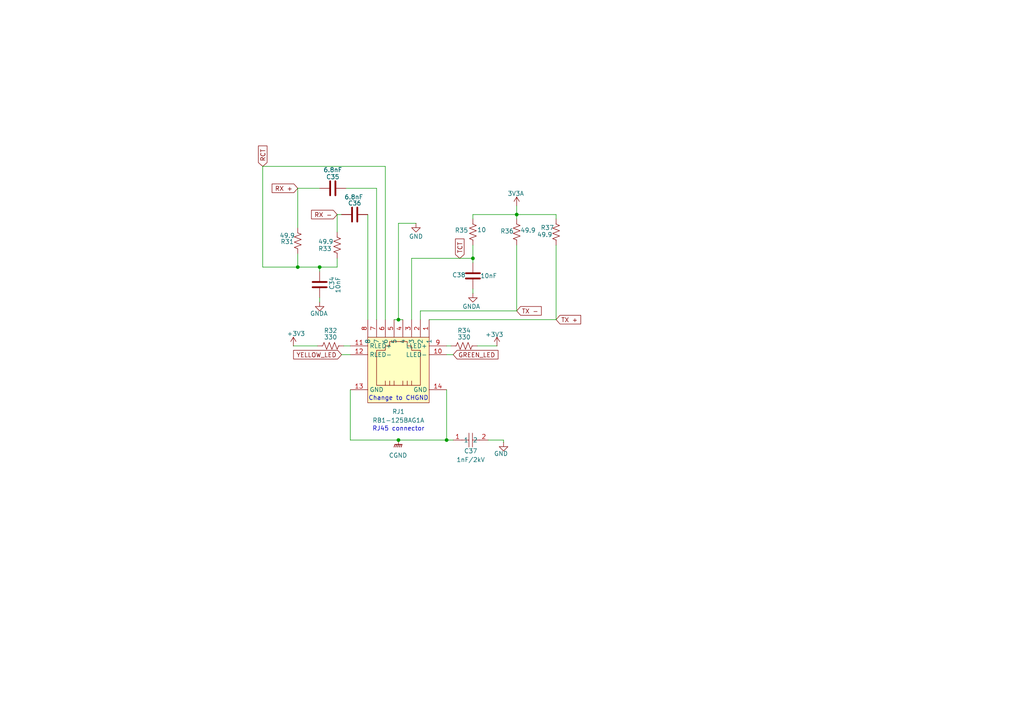
<source format=kicad_sch>
(kicad_sch (version 20250114) (generator "eeschema") (generator_version "9.0")
  (paper "A4")
  (title_block (date "2025-04-01") (rev "1") (company "Bronco Space") (comment 1 "SCALES") (comment 2 "By John Pollak"))
  (lib_symbols
    (symbol "Device:C" (pin_numbers (hide yes)) (pin_names (offset 0.254))
      (property "Reference" "C" (at 0.635 2.54 0))
      (property "Value" "C" (at 0.635 -2.54 0))
      (symbol "C_0_1"
        (polyline (pts (xy -2.032 0.762) (xy 2.032 0.762)) (stroke (width 0.508)))
        (polyline (pts (xy -2.032 -0.762) (xy 2.032 -0.762)) (stroke (width 0.508)))
      )
      (symbol "C_1_1"
        (pin passive line (at 0 3.81 270) (length 2.794) (name "~") (number "1"))
        (pin passive line (at 0 -3.81 90) (length 2.794) (name "~") (number "2"))
      )
    )
    (symbol "Device:R_US" (pin_numbers (hide yes)) (pin_names (offset 0))
      (property "Reference" "R" (at 2.54 0 90))
      (property "Value" "R_US" (at -2.54 0 90))
      (symbol "R_US_0_1"
        (polyline (pts (xy 0 2.286) (xy 0 2.54)))
        (polyline (pts (xy 0 2.286) (xy 1.016 1.905) (xy 0 1.524) (xy -1.016 1.143) (xy 0 0.762)))
        (polyline (pts (xy 0 0.762) (xy 1.016 0.381) (xy 0 0) (xy -1.016 -0.381) (xy 0 -0.762)))
        (polyline (pts (xy 0 -0.762) (xy 1.016 -1.143) (xy 0 -1.524) (xy -1.016 -1.905) (xy 0 -2.286)))
        (polyline (pts (xy 0 -2.286) (xy 0 -2.54)))
      )
      (symbol "R_US_1_1"
        (pin passive line (at 0 3.81 270) (length 1.27) (name "~") (number "1"))
        (pin passive line (at 0 -3.81 90) (length 1.27) (name "~") (number "2"))
      )
    )
    (symbol "SCALES:FV32N102J202EFG"
      (property "Reference" "C" (at 0 5.08 0))
      (property "Value" "1nF/2kV" (at 0 -5.08 0))
      (symbol "FV32N102J202EFG_0_1"
        (polyline (pts (xy -0.51 0) (xy -2.54 0)))
        (polyline (pts (xy -0.51 -2.03) (xy -0.51 2.03)))
        (polyline (pts (xy 0.51 2.03) (xy 0.51 -2.03)))
        (polyline (pts (xy 2.54 0) (xy 0.51 0)))
        (pin unspecified line (at -5.08 0 0) (length 2.54) (name "1") (number "1"))
        (pin unspecified line (at 5.08 0 180) (length 2.54) (name "2") (number "2"))
      )
    )
    (symbol "easyeda2kicad:RB1-125BAG1A"
      (property "Reference" "RJ" (at 0 12.7 0))
      (property "Value" "RB1-125BAG1A" (at 0 -17.78 0))
      (symbol "RB1-125BAG1A_0_1"
        (rectangle (start -7.62 11.43) (end 10.16 -7.62) (fill (type background)))
        (polyline (pts (xy -2.54 6.35) (xy -2.54 5.08) (xy -2.54 5.08)))
        (polyline (pts (xy -1.27 6.35) (xy -1.27 5.08) (xy -1.27 5.08)))
        (polyline (pts (xy 0 6.35) (xy 0 5.08) (xy 0 5.08)))
        (polyline (pts (xy 2.54 6.35) (xy 2.54 5.08) (xy 2.54 5.08)))
        (polyline (pts (xy 3.81 6.35) (xy 3.81 5.08) (xy 3.81 5.08)))
        (polyline (pts (xy 5.08 6.35) (xy 5.08 5.08) (xy 5.08 5.08)))
        (polyline (pts (xy 7.62 6.35) (xy -5.08 6.35) (xy -5.08 -3.81) (xy -2.54 -3.81) (xy -2.54 -5.08) (xy -1.27 -5.08) (xy -1.27 -5.08) (xy -1.27 -6.35) (xy 3.81 -6.35) (xy 3.81 -5.08) (xy 5.08 -5.08) (xy 5.08 -3.81) (xy 7.62 -3.81) (xy 7.62 6.35) (xy 7.62 5.08)))
        (pin unspecified line (at -12.7 7.62 0) (length 5.08) (name "GND") (number "14"))
        (pin unspecified line (at -12.7 -2.54 0) (length 5.08) (name "LLED-") (number "10"))
        (pin unspecified line (at -12.7 -5.08 0) (length 5.08) (name "LLED+") (number "9"))
        (pin unspecified line (at -7.62 -12.7 90) (length 5.08) (name "1") (number "1"))
        (pin unspecified line (at -5.08 -12.7 90) (length 5.08) (name "2") (number "2"))
        (pin unspecified line (at -2.54 -12.7 90) (length 5.08) (name "3") (number "3"))
        (pin unspecified line (at 0 -12.7 90) (length 5.08) (name "4") (number "4"))
        (pin unspecified line (at 2.54 -12.7 90) (length 5.08) (name "5") (number "5"))
        (pin unspecified line (at 5.08 -12.7 90) (length 5.08) (name "6") (number "6"))
        (pin unspecified line (at 7.62 -12.7 90) (length 5.08) (name "7") (number "7"))
        (pin unspecified line (at 10.16 -12.7 90) (length 5.08) (name "8") (number "8"))
        (pin unspecified line (at 15.24 7.62 180) (length 5.08) (name "GND") (number "13"))
        (pin unspecified line (at 15.24 -2.54 180) (length 5.08) (name "RLED-") (number "12"))
        (pin unspecified line (at 15.24 -5.08 180) (length 5.08) (name "RLED+") (number "11"))
      )
    )
    (symbol "power:+3V3" (power) (pin_numbers (hide yes)) (pin_names (offset 0) (hide yes))
      (property "Value" "+3V3" (at 0 3.556 0))
      (symbol "+3V3_0_1"
        (polyline (pts (xy -0.762 1.27) (xy 0 2.54)))
        (polyline (pts (xy 0 2.54) (xy 0.762 1.27)))
        (polyline (pts (xy 0 0) (xy 0 2.54)))
      )
      (symbol "+3V3_1_1"
        (pin power_in line (at 0 0 90) (length 0) (name "~") (number "1"))
      )
    )
    (symbol "power:GND" (power) (pin_numbers (hide yes)) (pin_names (offset 0) (hide yes))
      (property "Value" "GND" (at 0 -3.81 0))
      (symbol "GND_0_1"
        (polyline (pts (xy 0 0) (xy 0 -1.27) (xy 1.27 -1.27) (xy 0 -2.54) (xy -1.27 -1.27) (xy 0 -1.27)))
      )
      (symbol "GND_1_1"
        (pin power_in line (at 0 0 270) (length 0) (name "~") (number "1"))
      )
    )
    (symbol "power:GNDPWR" (power) (pin_numbers (hide yes)) (pin_names (offset 0) (hide yes))
      (property "Value" "GNDPWR" (at 0 -3.302 0))
      (symbol "GNDPWR_0_1"
        (polyline (pts (xy -1.016 -1.27) (xy -1.27 -2.032) (xy -1.27 -2.032)) (stroke (width 0.2032)))
        (polyline (pts (xy -0.508 -1.27) (xy -0.762 -2.032) (xy -0.762 -2.032)) (stroke (width 0.2032)))
        (polyline (pts (xy 0 -1.27) (xy 0 0)))
        (polyline (pts (xy 0 -1.27) (xy -0.254 -2.032) (xy -0.254 -2.032)) (stroke (width 0.2032)))
        (polyline (pts (xy 0.508 -1.27) (xy 0.254 -2.032) (xy 0.254 -2.032)) (stroke (width 0.2032)))
        (polyline (pts (xy 1.016 -1.27) (xy -1.016 -1.27) (xy -1.016 -1.27)) (stroke (width 0.2032)))
        (polyline (pts (xy 1.016 -1.27) (xy 0.762 -2.032) (xy 0.762 -2.032) (xy 0.762 -2.032)) (stroke (width 0.2032)))
      )
      (symbol "GNDPWR_1_1"
        (pin power_in line (at 0 0 270) (length 0) (name "~") (number "1"))
      )
    )
    (symbol "power:VPP" (power) (pin_numbers (hide yes)) (pin_names (offset 0) (hide yes))
      (property "Value" "VPP" (at 0 3.556 0))
      (symbol "VPP_0_1"
        (polyline (pts (xy -0.762 1.27) (xy 0 2.54)))
        (polyline (pts (xy 0 2.54) (xy 0.762 1.27)))
        (polyline (pts (xy 0 0) (xy 0 2.54)))
      )
      (symbol "VPP_1_1"
        (pin power_in line (at 0 0 90) (length 0) (name "~") (number "1"))
      )
    )
  )
  (text "Change to CHGND\n" (at 115.57 115.57 0) (effects (font (size 1.27 1.27))))
  (text "RJ45 connector" (at 115.57 124.46 0) (effects (font (size 1.27 1.27))))
  (junction (at 86.36 77.47))
  (junction (at 92.71 77.47))
  (junction (at 149.86 62.23))
  (junction (at 115.57 92.71))
  (junction (at 137.16 74.93))
  (junction (at 115.57 127.635))
  (junction (at 129.54 127.635))
  (wire (pts (xy 97.79 77.47) (xy 97.79 74.93)))
  (wire (pts (xy 111.76 92.71) (xy 111.76 48.26)))
  (wire (pts (xy 76.2 77.47) (xy 86.36 77.47)))
  (wire (pts (xy 115.57 92.71) (xy 116.84 92.71)))
  (wire (pts (xy 146.05 127.635) (xy 146.05 128.27)))
  (wire (pts (xy 161.29 92.71) (xy 161.29 71.12)))
  (wire (pts (xy 101.6 113.03) (xy 101.6 127.635)))
  (wire (pts (xy 144.145 100.33) (xy 138.43 100.33)))
  (wire (pts (xy 137.16 63.5) (xy 137.16 62.23)))
  (wire (pts (xy 115.57 64.77) (xy 115.57 92.71)))
  (wire (pts (xy 92.71 77.47) (xy 86.36 77.47)))
  (wire (pts (xy 92.71 54.61) (xy 86.36 54.61)))
  (wire (pts (xy 86.36 77.47) (xy 86.36 73.66)))
  (wire (pts (xy 115.57 64.77) (xy 120.65 64.77)))
  (wire (pts (xy 119.38 92.71) (xy 119.38 74.93)))
  (wire (pts (xy 161.29 63.5) (xy 161.29 62.23)))
  (wire (pts (xy 149.86 62.23) (xy 149.86 59.69)))
  (wire (pts (xy 97.79 62.23) (xy 99.06 62.23)))
  (wire (pts (xy 109.22 54.61) (xy 109.22 92.71)))
  (wire (pts (xy 99.695 100.33) (xy 101.6 100.33)))
  (wire (pts (xy 97.79 62.23) (xy 97.79 67.31)))
  (wire (pts (xy 137.16 76.2) (xy 137.16 74.93)))
  (wire (pts (xy 141.605 127.635) (xy 146.05 127.635)))
  (wire (pts (xy 121.92 90.17) (xy 149.86 90.17)))
  (wire (pts (xy 129.54 127.635) (xy 129.54 113.03)))
  (wire (pts (xy 99.06 102.87) (xy 101.6 102.87)))
  (wire (pts (xy 86.36 54.61) (xy 86.36 66.04)))
  (wire (pts (xy 137.16 85.09) (xy 137.16 83.82)))
  (wire (pts (xy 101.6 127.635) (xy 115.57 127.635)))
  (wire (pts (xy 100.33 54.61) (xy 109.22 54.61)))
  (wire (pts (xy 131.445 102.87) (xy 129.54 102.87)))
  (wire (pts (xy 130.81 100.33) (xy 129.54 100.33)))
  (wire (pts (xy 115.57 127.635) (xy 129.54 127.635)))
  (wire (pts (xy 137.16 71.12) (xy 137.16 74.93)))
  (wire (pts (xy 97.79 77.47) (xy 92.71 77.47)))
  (wire (pts (xy 119.38 74.93) (xy 137.16 74.93)))
  (wire (pts (xy 85.09 100.33) (xy 92.075 100.33)))
  (wire (pts (xy 129.54 127.635) (xy 131.445 127.635)))
  (wire (pts (xy 106.68 92.71) (xy 106.68 62.23)))
  (wire (pts (xy 76.2 48.26) (xy 76.2 77.47)))
  (wire (pts (xy 111.76 48.26) (xy 76.2 48.26)))
  (wire (pts (xy 161.29 92.71) (xy 124.46 92.71)))
  (wire (pts (xy 121.92 90.17) (xy 121.92 92.71)))
  (wire (pts (xy 137.16 62.23) (xy 149.86 62.23)))
  (wire (pts (xy 114.3 92.71) (xy 115.57 92.71)))
  (wire (pts (xy 92.71 86.36) (xy 92.71 87.63)))
  (wire (pts (xy 149.86 71.12) (xy 149.86 90.17)))
  (wire (pts (xy 161.29 62.23) (xy 149.86 62.23)))
  (wire (pts (xy 149.86 62.23) (xy 149.86 63.5)))
  (wire (pts (xy 92.71 77.47) (xy 92.71 78.74)))
  (global_label "TX -" (shape input) (at 149.86 90.17 0) (property "Intersheetrefs" "${INTERSHEET_REFS}" (effects (hide yes))))
  (global_label "TCT" (shape input) (at 133.35 74.93 90) (property "Intersheetrefs" "${INTERSHEET_REFS}" (effects (hide yes))))
  (global_label "TX +" (shape input) (at 161.29 92.71 0) (property "Intersheetrefs" "${INTERSHEET_REFS}" (effects (hide yes))))
  (global_label "YELLOW_LED" (shape input) (at 99.06 102.87 180) (property "Intersheetrefs" "${INTERSHEET_REFS}" (effects (hide yes))))
  (global_label "RCT" (shape input) (at 76.2 48.26 90) (property "Intersheetrefs" "${INTERSHEET_REFS}" (effects (hide yes))))
  (global_label "RX +" (shape input) (at 86.36 54.61 180) (property "Intersheetrefs" "${INTERSHEET_REFS}" (effects (hide yes))))
  (global_label "GREEN_LED" (shape input) (at 131.445 102.87 0) (property "Intersheetrefs" "${INTERSHEET_REFS}" (effects (hide yes))))
  (global_label "RX -" (shape input) (at 97.79 62.23 180) (property "Intersheetrefs" "${INTERSHEET_REFS}" (effects (hide yes))))
  (symbol (lib_id "power:+3V3") (at 85.09 100.33 0) (unit 1)
    (property "Reference" "#PWR072" (effects (hide yes)))
    (property "Value" "+3V3" (at 85.852 96.774 0))
    (property "Description" "Power symbol creates a global label with name \"+3V3\"" (effects (hide yes)))
  )
  (symbol (lib_id "Device:C") (at 96.52 54.61 90) (unit 1)
    (property "Reference" "C35" (at 96.52 51.308 90))
    (property "Value" "6.8nF" (at 96.52 49.276 90))
    (property "Footprint" "Capacitor_SMD:C_0402_1005Metric" (effects (hide yes)))
    (property "Description" "Unpolarized capacitor" (effects (hide yes)))
  )
  (symbol (lib_id "Device:R_US") (at 134.62 100.33 270) (unit 1)
    (property "Reference" "R34" (at 134.62 95.885 90))
    (property "Value" "330" (at 134.62 97.79 90))
    (property "Footprint" "Resistor_SMD:R_0603_1608Metric" (effects (hide yes)))
    (property "Description" "Resistor, US symbol" (effects (hide yes)))
  )
  (symbol (lib_id "Device:R_US") (at 95.885 100.33 270) (unit 1)
    (property "Reference" "R32" (at 95.885 95.885 90))
    (property "Value" "330" (at 95.885 97.79 90))
    (property "Footprint" "Resistor_SMD:R_0603_1608Metric" (effects (hide yes)))
    (property "Description" "Resistor, US symbol" (effects (hide yes)))
  )
  (symbol (lib_id "power:GNDPWR") (at 115.57 127.635 0) (unit 1)
    (property "Reference" "#PWR074" (effects (hide yes)))
    (property "Value" "CGND" (at 115.443 132.08 0))
    (property "Description" "Power symbol creates a global label with name \"GNDPWR\" , global ground" (effects (hide yes)))
  )
  (symbol (lib_id "power:GND") (at 137.16 85.09 0) (unit 1)
    (property "Reference" "#PWR076" (effects (hide yes)))
    (property "Value" "GNDA" (at 134.112 88.9 0) (effects (justify left)))
    (property "Description" "Power symbol creates a global label with name \"GND\" , ground" (effects (hide yes)))
  )
  (symbol (lib_id "power:+3V3") (at 144.145 100.33 0) (unit 1)
    (property "Reference" "#PWR077" (effects (hide yes)))
    (property "Value" "+3V3" (at 143.383 97.028 0))
    (property "Description" "Power symbol creates a global label with name \"+3V3\"" (effects (hide yes)))
  )
  (symbol (lib_id "Device:C") (at 92.71 82.55 180) (unit 1)
    (property "Reference" "C34" (at 96.266 84.074 90) (effects (justify right)))
    (property "Value" "10nF" (at 98.044 85.09 90) (effects (justify right)))
    (property "Footprint" "Capacitor_SMD:C_0402_1005Metric" (effects (hide yes)))
    (property "Description" "Unpolarized capacitor" (effects (hide yes)))
  )
  (symbol (lib_id "power:GND") (at 146.05 128.27 0) (unit 1)
    (property "Reference" "#PWR078" (effects (hide yes)))
    (property "Value" "GND" (at 143.256 131.572 0) (effects (justify left)))
    (property "Description" "Power symbol creates a global label with name \"GND\" , ground" (effects (hide yes)))
  )
  (symbol (lib_id "power:GND") (at 92.71 87.63 0) (unit 1)
    (property "Reference" "#PWR073" (effects (hide yes)))
    (property "Value" "GNDA" (at 89.916 90.932 0) (effects (justify left)))
    (property "Description" "Power symbol creates a global label with name \"GND\" , ground" (effects (hide yes)))
  )
  (symbol (lib_id "Device:C") (at 102.87 62.23 90) (unit 1)
    (property "Reference" "C36" (at 102.87 58.928 90))
    (property "Value" "6.8nF" (at 102.616 57.15 90))
    (property "Footprint" "Capacitor_SMD:C_0402_1005Metric" (effects (hide yes)))
    (property "Description" "Unpolarized capacitor" (effects (hide yes)))
  )
  (symbol (lib_id "Device:C") (at 137.16 80.01 180) (unit 1)
    (property "Reference" "C38" (at 133.096 79.756 0))
    (property "Value" "10nF" (at 141.732 80.01 0))
    (property "Footprint" "Capacitor_SMD:C_0402_1005Metric" (effects (hide yes)))
    (property "Description" "Unpolarized capacitor" (effects (hide yes)))
  )
  (symbol (lib_id "Device:R_US") (at 149.86 67.31 180) (unit 1)
    (property "Reference" "R36" (at 147.066 67.056 0))
    (property "Value" "49.9" (at 153.162 66.802 0))
    (property "Footprint" "Resistor_SMD:R_0603_1608Metric" (effects (hide yes)))
    (property "Description" "Resistor, US symbol" (effects (hide yes)))
  )
  (symbol (lib_id "SCALES:FV32N102J202EFG") (at 136.525 127.635 0) (unit 1)
    (property "Reference" "C37" (at 136.525 130.81 0))
    (property "Value" "1nF/2kV" (at 136.525 133.35 0))
    (property "Footprint" "SCALES:C1210" (effects (hide yes)))
    (property "Datasheet" "https://lcsc.com/product-detail/Multilayer-Ceramic-Capacitors-MLCC-SMD-SMT_PSA-Prosperity-Dielectrics-FV32N102J202EFG_C692314.html" (effects (hide yes)))
    (property "Description" "2kV 1nF C0G ±5% 1210 Multilayer Ceramic Capacitors MLCC - SMD/SMT ROHS" (effects (hide yes)))
    (property "LCSC Part" "C692314" (effects (hide yes)))
  )
  (symbol (lib_id "Device:R_US") (at 97.79 71.12 180) (unit 1)
    (property "Reference" "R33" (at 94.234 72.136 0))
    (property "Value" "49.9" (at 94.488 70.104 0))
    (property "Footprint" "Resistor_SMD:R_0603_1608Metric" (effects (hide yes)))
    (property "Description" "Resistor, US symbol" (effects (hide yes)))
  )
  (symbol (lib_id "power:VPP") (at 149.86 59.69 0) (unit 1)
    (property "Reference" "#PWR079" (effects (hide yes)))
    (property "Value" "3V3A" (at 149.606 56.134 0))
    (property "Description" "Power symbol creates a global label with name \"VPP\"" (effects (hide yes)))
  )
  (symbol (lib_id "easyeda2kicad:RB1-125BAG1A") (at 116.84 105.41 180) (unit 1)
    (property "Reference" "RJ1" (at 115.57 119.38 0))
    (property "Value" "RB1-125BAG1A" (at 115.57 121.92 0))
    (property "Footprint" "easyeda2kicad:RJ45-TH_RB1-125BAG1A" (effects (hide yes)))
    (property "Datasheet" "https://lcsc.com/product-detail/Ethernet-Connectors-Modular-Connectors-RJ45-RJ11_WIZNET-RB1-125BAG1A_C910370.html" (effects (hide yes)))
    (property "LCSC Part" "C910370" (effects (hide yes)))
  )
  (symbol (lib_id "Device:R_US") (at 161.29 67.31 180) (unit 1)
    (property "Reference" "R37" (at 158.75 66.04 0))
    (property "Value" "49.9" (at 157.988 68.072 0))
    (property "Footprint" "Resistor_SMD:R_0603_1608Metric" (effects (hide yes)))
    (property "Description" "Resistor, US symbol" (effects (hide yes)))
  )
  (symbol (lib_id "power:GND") (at 120.65 64.77 0) (unit 1)
    (property "Reference" "#PWR075" (effects (hide yes)))
    (property "Value" "GND" (at 120.65 68.58 0))
    (property "Description" "Power symbol creates a global label with name \"GND\" , ground" (effects (hide yes)))
  )
  (symbol (lib_id "Device:R_US") (at 86.36 69.85 180) (unit 1)
    (property "Reference" "R31" (at 83.312 70.104 0))
    (property "Value" "49.9" (at 83.312 68.326 0))
    (property "Footprint" "Resistor_SMD:R_0603_1608Metric" (effects (hide yes)))
    (property "Description" "Resistor, US symbol" (effects (hide yes)))
  )
  (symbol (lib_id "Device:R_US") (at 137.16 67.31 180) (unit 1)
    (property "Reference" "R35" (at 133.858 66.802 0))
    (property "Value" "10" (at 139.7 66.675 0))
    (property "Footprint" "Resistor_SMD:R_0603_1608Metric" (effects (hide yes)))
    (property "Description" "Resistor, US symbol" (effects (hide yes)))
  )
)
</source>
